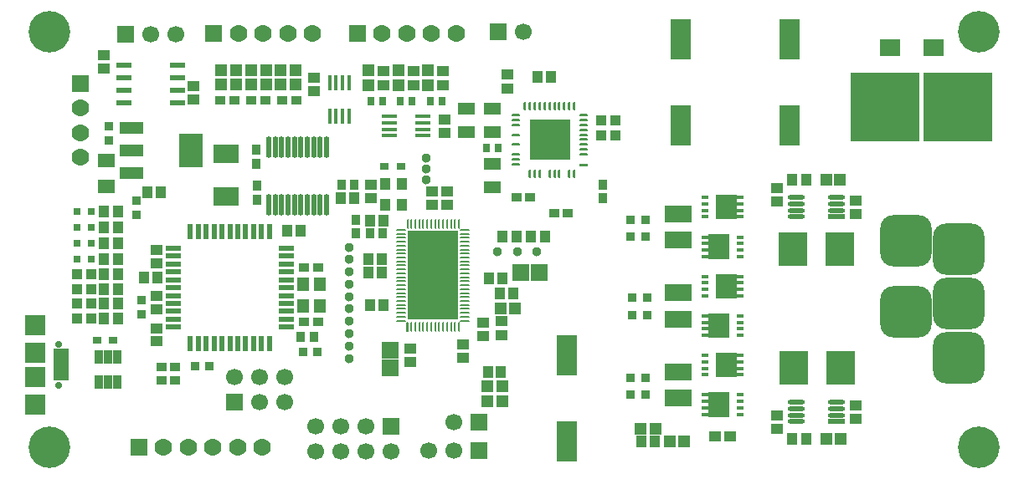
<source format=gbr>
%TF.GenerationSoftware,Altium Limited,Altium Designer,23.4.1 (23)*%
G04 Layer_Color=8388736*
%FSLAX43Y43*%
%MOMM*%
%TF.SameCoordinates,F1D85D2B-AD7B-4026-9487-DA5914AD0DFB*%
%TF.FilePolarity,Negative*%
%TF.FileFunction,Soldermask,Top*%
%TF.Part,Single*%
G01*
G75*
%TA.AperFunction,SMDPad,CuDef*%
%ADD11R,0.800X0.800*%
%ADD12R,0.912X0.958*%
%ADD14R,2.000X4.100*%
G04:AMPARAMS|DCode=15|XSize=1.554mm|YSize=0.376mm|CornerRadius=0.188mm|HoleSize=0mm|Usage=FLASHONLY|Rotation=90.000|XOffset=0mm|YOffset=0mm|HoleType=Round|Shape=RoundedRectangle|*
%AMROUNDEDRECTD15*
21,1,1.554,0.000,0,0,90.0*
21,1,1.178,0.376,0,0,90.0*
1,1,0.376,0.000,0.589*
1,1,0.376,0.000,-0.589*
1,1,0.376,0.000,-0.589*
1,1,0.376,0.000,0.589*
%
%ADD15ROUNDEDRECTD15*%
%ADD16R,0.376X1.554*%
G04:AMPARAMS|DCode=17|XSize=1.554mm|YSize=0.376mm|CornerRadius=0.188mm|HoleSize=0mm|Usage=FLASHONLY|Rotation=0.000|XOffset=0mm|YOffset=0mm|HoleType=Round|Shape=RoundedRectangle|*
%AMROUNDEDRECTD17*
21,1,1.554,0.000,0,0,0.0*
21,1,1.178,0.376,0,0,0.0*
1,1,0.376,0.589,0.000*
1,1,0.376,-0.589,0.000*
1,1,0.376,-0.589,0.000*
1,1,0.376,0.589,0.000*
%
%ADD17ROUNDEDRECTD17*%
%ADD18R,1.554X0.376*%
%ADD21R,0.750X0.900*%
%ADD23R,1.800X1.400*%
%ADD24R,2.100X1.800*%
%ADD25R,0.957X0.962*%
%ADD29R,0.950X0.700*%
%ADD34R,2.600X1.900*%
%ADD35R,1.550X0.600*%
%ADD38R,1.006X0.958*%
%ADD40R,0.958X0.912*%
%ADD41R,1.007X0.958*%
%ADD42R,0.958X1.007*%
%ADD43R,1.200X1.400*%
%ADD44R,1.500X0.550*%
%ADD45R,0.550X1.500*%
G04:AMPARAMS|DCode=46|XSize=0.254mm|YSize=0.889mm|CornerRadius=0.095mm|HoleSize=0mm|Usage=FLASHONLY|Rotation=90.000|XOffset=0mm|YOffset=0mm|HoleType=Round|Shape=RoundedRectangle|*
%AMROUNDEDRECTD46*
21,1,0.254,0.699,0,0,90.0*
21,1,0.064,0.889,0,0,90.0*
1,1,0.191,0.349,0.032*
1,1,0.191,0.349,-0.032*
1,1,0.191,-0.349,-0.032*
1,1,0.191,-0.349,0.032*
%
%ADD46ROUNDEDRECTD46*%
G04:AMPARAMS|DCode=47|XSize=0.254mm|YSize=0.889mm|CornerRadius=0.095mm|HoleSize=0mm|Usage=FLASHONLY|Rotation=0.000|XOffset=0mm|YOffset=0mm|HoleType=Round|Shape=RoundedRectangle|*
%AMROUNDEDRECTD47*
21,1,0.254,0.699,0,0,0.0*
21,1,0.064,0.889,0,0,0.0*
1,1,0.191,0.032,-0.349*
1,1,0.191,-0.032,-0.349*
1,1,0.191,-0.032,0.349*
1,1,0.191,0.032,0.349*
%
%ADD47ROUNDEDRECTD47*%
%ADD48R,4.089X4.089*%
G04:AMPARAMS|DCode=49|XSize=0.192mm|YSize=0.96mm|CornerRadius=0.096mm|HoleSize=0mm|Usage=FLASHONLY|Rotation=90.000|XOffset=0mm|YOffset=0mm|HoleType=Round|Shape=RoundedRectangle|*
%AMROUNDEDRECTD49*
21,1,0.192,0.768,0,0,90.0*
21,1,0.000,0.960,0,0,90.0*
1,1,0.192,0.384,0.000*
1,1,0.192,0.384,0.000*
1,1,0.192,-0.384,0.000*
1,1,0.192,-0.384,0.000*
%
%ADD49ROUNDEDRECTD49*%
G04:AMPARAMS|DCode=50|XSize=0.192mm|YSize=0.961mm|CornerRadius=0.096mm|HoleSize=0mm|Usage=FLASHONLY|Rotation=90.000|XOffset=0mm|YOffset=0mm|HoleType=Round|Shape=RoundedRectangle|*
%AMROUNDEDRECTD50*
21,1,0.192,0.769,0,0,90.0*
21,1,0.000,0.961,0,0,90.0*
1,1,0.192,0.384,0.000*
1,1,0.192,0.384,0.000*
1,1,0.192,-0.384,0.000*
1,1,0.192,-0.384,0.000*
%
%ADD50ROUNDEDRECTD50*%
G04:AMPARAMS|DCode=51|XSize=0.961mm|YSize=0.192mm|CornerRadius=0.096mm|HoleSize=0mm|Usage=FLASHONLY|Rotation=90.000|XOffset=0mm|YOffset=0mm|HoleType=Round|Shape=RoundedRectangle|*
%AMROUNDEDRECTD51*
21,1,0.961,0.000,0,0,90.0*
21,1,0.769,0.192,0,0,90.0*
1,1,0.192,0.000,0.384*
1,1,0.192,0.000,-0.384*
1,1,0.192,0.000,-0.384*
1,1,0.192,0.000,0.384*
%
%ADD51ROUNDEDRECTD51*%
%ADD52C,0.173*%
%ADD53R,5.100X9.100*%
%ADD55R,1.306X1.058*%
%ADD56R,0.912X1.058*%
%ADD60R,1.058X1.012*%
%ADD61R,1.058X0.912*%
%ADD62R,1.100X1.300*%
%ADD63R,2.955X3.506*%
%ADD64R,0.660X0.381*%
%ADD65R,2.804X1.653*%
G04:AMPARAMS|DCode=66|XSize=1.754mm|YSize=0.476mm|CornerRadius=0.238mm|HoleSize=0mm|Usage=FLASHONLY|Rotation=180.000|XOffset=0mm|YOffset=0mm|HoleType=Round|Shape=RoundedRectangle|*
%AMROUNDEDRECTD66*
21,1,1.754,0.000,0,0,180.0*
21,1,1.278,0.476,0,0,180.0*
1,1,0.476,-0.639,0.000*
1,1,0.476,0.639,0.000*
1,1,0.476,0.639,0.000*
1,1,0.476,-0.639,0.000*
%
%ADD66ROUNDEDRECTD66*%
%ADD67R,1.754X0.476*%
%TA.AperFunction,ComponentPad*%
%ADD95R,7.000X7.000*%
%ADD96R,1.700X1.700*%
%ADD97C,1.700*%
%ADD98C,1.775*%
%ADD99R,1.775X1.775*%
G04:AMPARAMS|DCode=100|XSize=5.2mm|YSize=5.2mm|CornerRadius=1.35mm|HoleSize=0mm|Usage=FLASHONLY|Rotation=270.000|XOffset=0mm|YOffset=0mm|HoleType=Round|Shape=RoundedRectangle|*
%AMROUNDEDRECTD100*
21,1,5.200,2.500,0,0,270.0*
21,1,2.500,5.200,0,0,270.0*
1,1,2.700,-1.250,-1.250*
1,1,2.700,-1.250,1.250*
1,1,2.700,1.250,1.250*
1,1,2.700,1.250,-1.250*
%
%ADD100ROUNDEDRECTD100*%
%ADD101R,1.775X1.775*%
%ADD102C,0.700*%
%TA.AperFunction,ViaPad*%
%ADD103C,0.650*%
%ADD104C,4.203*%
%TA.AperFunction,NonConductor*%
%ADD107R,1.550X3.200*%
%TA.AperFunction,SMDPad,CuDef*%
%ADD108R,1.100X1.250*%
%ADD109R,1.050X1.150*%
%ADD110R,1.000X1.000*%
%ADD111R,1.250X1.100*%
%ADD112R,1.150X1.150*%
%ADD113R,1.750X1.150*%
%ADD114O,0.550X2.200*%
%TA.AperFunction,TestPad*%
%ADD115C,0.962*%
%TA.AperFunction,SMDPad,CuDef*%
%ADD116R,1.150X1.050*%
%ADD117R,0.810X1.318*%
%ADD118R,1.550X0.600*%
%ADD119R,2.100X2.100*%
%ADD120R,2.100X2.000*%
%ADD121R,2.400X1.200*%
%ADD122R,2.400X3.500*%
%ADD123R,0.950X1.050*%
%ADD124R,1.150X1.150*%
%ADD125R,1.750X1.700*%
%ADD126R,1.700X1.750*%
%ADD127R,1.250X1.300*%
G36*
X57438Y31450D02*
X56644D01*
X56625Y31450D01*
X56590Y31464D01*
X56563Y31491D01*
X56549Y31526D01*
Y31545D01*
Y31545D01*
Y31609D01*
Y31628D01*
X56563Y31663D01*
X56590Y31689D01*
X56625Y31704D01*
X57438D01*
Y31450D01*
D02*
G37*
G36*
X72475Y26032D02*
X70367D01*
Y28522D01*
X72475D01*
Y26032D01*
D02*
G37*
G36*
X71687Y22032D02*
X69579D01*
Y24522D01*
X71687D01*
Y22032D01*
D02*
G37*
G36*
X72475Y18032D02*
X70367D01*
Y20522D01*
X72475D01*
Y18032D01*
D02*
G37*
G36*
X39232Y15616D02*
X39259Y15589D01*
X39273Y15554D01*
Y15535D01*
Y14671D01*
X39081D01*
Y15535D01*
Y15554D01*
X39095Y15589D01*
X39122Y15616D01*
X39158Y15631D01*
X39196D01*
X39232Y15616D01*
D02*
G37*
G36*
X71687Y14032D02*
X69579D01*
Y16522D01*
X71687D01*
Y14032D01*
D02*
G37*
G36*
X72475Y10032D02*
X70367D01*
Y12522D01*
X72475D01*
Y10032D01*
D02*
G37*
G36*
X71687Y6032D02*
X69579D01*
Y8522D01*
X71687D01*
Y6032D01*
D02*
G37*
D11*
X5750Y26800D02*
D03*
X7250D02*
D03*
X7250Y23600D02*
D03*
X5750D02*
D03*
X7250Y25200D02*
D03*
X5750D02*
D03*
X5750Y22000D02*
D03*
X7250D02*
D03*
D12*
X11750Y27954D02*
D03*
Y26500D02*
D03*
X9000Y34023D02*
D03*
Y35477D02*
D03*
X12250Y17877D02*
D03*
Y16423D02*
D03*
D14*
X55300Y12250D02*
D03*
Y3550D02*
D03*
X77800Y44250D02*
D03*
Y35550D02*
D03*
X66800Y44250D02*
D03*
Y35550D02*
D03*
D15*
X31975Y39900D02*
D03*
X32625D02*
D03*
X33275D02*
D03*
X32625Y36500D02*
D03*
X31975D02*
D03*
X33275D02*
D03*
X31325Y39900D02*
D03*
D16*
Y36500D02*
D03*
D17*
X40777Y36452D02*
D03*
X37377Y34502D02*
D03*
Y35802D02*
D03*
Y35152D02*
D03*
X40777Y34502D02*
D03*
Y35152D02*
D03*
Y35802D02*
D03*
D18*
X37377Y36452D02*
D03*
D21*
X35477Y37977D02*
D03*
X36677D02*
D03*
X38477Y37977D02*
D03*
X39677D02*
D03*
X42677D02*
D03*
X41477D02*
D03*
X47177Y33277D02*
D03*
X48377D02*
D03*
D23*
X8750Y29400D02*
D03*
Y32000D02*
D03*
D24*
X88000Y43400D02*
D03*
X92400D02*
D03*
D25*
X61776Y10027D02*
D03*
X63278D02*
D03*
X61776Y8277D02*
D03*
X63278D02*
D03*
X63428Y18077D02*
D03*
X61926D02*
D03*
X63428Y16327D02*
D03*
X61926D02*
D03*
X63278Y26027D02*
D03*
X61776D02*
D03*
X63277Y24277D02*
D03*
X61775D02*
D03*
D29*
X9425Y13800D02*
D03*
X7775D02*
D03*
X38502Y31377D02*
D03*
X36852D02*
D03*
D34*
X20850Y28400D02*
D03*
Y32700D02*
D03*
D35*
X10550Y37845D02*
D03*
Y39115D02*
D03*
Y40385D02*
D03*
X15950Y41655D02*
D03*
Y37845D02*
D03*
Y39115D02*
D03*
X10550Y41655D02*
D03*
X15950Y40385D02*
D03*
D38*
X15701Y11100D02*
D03*
X14299D02*
D03*
X15701Y9700D02*
D03*
X14299D02*
D03*
D40*
X28623Y12650D02*
D03*
X30077D02*
D03*
X19177Y11150D02*
D03*
X17723D02*
D03*
D41*
X30176Y15650D02*
D03*
X28724D02*
D03*
X28724Y21150D02*
D03*
X30176D02*
D03*
X24803Y38127D02*
D03*
X23351D02*
D03*
X27929Y38127D02*
D03*
X26477D02*
D03*
X21677D02*
D03*
X20225D02*
D03*
D42*
X23850Y31624D02*
D03*
Y33076D02*
D03*
X23950Y28024D02*
D03*
Y29476D02*
D03*
D43*
X30300Y17250D02*
D03*
X28600Y19450D02*
D03*
X30300D02*
D03*
X28600Y17250D02*
D03*
D44*
X15527Y17527D02*
D03*
Y18327D02*
D03*
Y19127D02*
D03*
Y19927D02*
D03*
Y20727D02*
D03*
Y21527D02*
D03*
X26927Y23127D02*
D03*
Y22327D02*
D03*
Y21527D02*
D03*
Y20727D02*
D03*
Y19927D02*
D03*
Y19127D02*
D03*
Y18327D02*
D03*
Y15927D02*
D03*
Y15127D02*
D03*
X15527Y15927D02*
D03*
Y22327D02*
D03*
X26927Y17527D02*
D03*
X15527Y15127D02*
D03*
Y16727D02*
D03*
Y23127D02*
D03*
X26927Y16727D02*
D03*
D45*
X17227Y24827D02*
D03*
X18027D02*
D03*
X18827D02*
D03*
X19627D02*
D03*
X20427D02*
D03*
X21227D02*
D03*
X22027D02*
D03*
X22827D02*
D03*
X23627D02*
D03*
X25227Y13427D02*
D03*
X24427D02*
D03*
X23627D02*
D03*
X22827D02*
D03*
X22027D02*
D03*
X21227D02*
D03*
X19627D02*
D03*
X18827D02*
D03*
X18027D02*
D03*
X17227D02*
D03*
X25227Y24827D02*
D03*
X20427Y13427D02*
D03*
X24427Y24827D02*
D03*
D46*
X56993Y33077D02*
D03*
Y33577D02*
D03*
Y34077D02*
D03*
Y34577D02*
D03*
Y35077D02*
D03*
Y36577D02*
D03*
X50161D02*
D03*
Y36077D02*
D03*
Y35577D02*
D03*
Y34577D02*
D03*
Y33577D02*
D03*
Y32577D02*
D03*
Y32077D02*
D03*
Y31577D02*
D03*
X56993Y32577D02*
D03*
Y35577D02*
D03*
Y36077D02*
D03*
D47*
X56077Y37493D02*
D03*
X55577D02*
D03*
X55077D02*
D03*
X54577D02*
D03*
X54077D02*
D03*
X53077D02*
D03*
X52577D02*
D03*
X52077D02*
D03*
X51577D02*
D03*
Y30661D02*
D03*
X52077D02*
D03*
X52577D02*
D03*
X53577D02*
D03*
X54077D02*
D03*
X54577D02*
D03*
X55577D02*
D03*
X56077D02*
D03*
X51077Y37493D02*
D03*
X53577D02*
D03*
D48*
Y34077D02*
D03*
D49*
X38551Y15777D02*
D03*
D50*
X38551Y16177D02*
D03*
Y16577D02*
D03*
Y17777D02*
D03*
Y18177D02*
D03*
Y18577D02*
D03*
Y18977D02*
D03*
Y19377D02*
D03*
Y19777D02*
D03*
Y20177D02*
D03*
Y20577D02*
D03*
Y20977D02*
D03*
Y22977D02*
D03*
Y23377D02*
D03*
Y23777D02*
D03*
Y24177D02*
D03*
X45003Y24977D02*
D03*
Y24577D02*
D03*
Y24177D02*
D03*
Y23777D02*
D03*
Y23377D02*
D03*
Y22977D02*
D03*
Y22577D02*
D03*
Y22177D02*
D03*
Y21777D02*
D03*
Y21377D02*
D03*
Y20977D02*
D03*
Y20577D02*
D03*
Y20177D02*
D03*
Y19777D02*
D03*
Y18577D02*
D03*
Y18177D02*
D03*
Y17777D02*
D03*
Y17377D02*
D03*
Y16977D02*
D03*
Y16577D02*
D03*
Y16177D02*
D03*
Y15777D02*
D03*
X38551Y16977D02*
D03*
Y21377D02*
D03*
Y22177D02*
D03*
Y22577D02*
D03*
Y24577D02*
D03*
Y24977D02*
D03*
X45003Y19377D02*
D03*
X38551Y17377D02*
D03*
Y21777D02*
D03*
X45003Y18977D02*
D03*
D51*
X39577Y25602D02*
D03*
X39977D02*
D03*
X40377D02*
D03*
X40777D02*
D03*
X41177D02*
D03*
X41577D02*
D03*
X41977D02*
D03*
X43177D02*
D03*
X43577D02*
D03*
X43977D02*
D03*
X44377D02*
D03*
X43577Y15151D02*
D03*
X43177D02*
D03*
X42777D02*
D03*
X42377D02*
D03*
X41977D02*
D03*
X41577D02*
D03*
X41177D02*
D03*
X40777D02*
D03*
X40377D02*
D03*
X42377Y25602D02*
D03*
X44377Y15151D02*
D03*
X39977D02*
D03*
X39177Y25602D02*
D03*
X42777D02*
D03*
X43977Y15151D02*
D03*
X39577D02*
D03*
D52*
X39177Y15141D02*
D03*
D53*
X41777Y20377D02*
D03*
D55*
X70301Y4077D02*
D03*
X71853D02*
D03*
D56*
X33977Y25981D02*
D03*
Y24627D02*
D03*
X58977Y28200D02*
D03*
Y29554D02*
D03*
D60*
X58746Y34500D02*
D03*
X60200D02*
D03*
X58773Y36100D02*
D03*
X60227D02*
D03*
D61*
X51554Y28277D02*
D03*
X50200D02*
D03*
X54000Y26677D02*
D03*
X55354D02*
D03*
D62*
X38602Y29627D02*
D03*
Y27527D02*
D03*
X36952Y29627D02*
D03*
Y27527D02*
D03*
D63*
X83028Y11027D02*
D03*
X78277D02*
D03*
X82903Y23027D02*
D03*
X78151D02*
D03*
D64*
X69249Y10302D02*
D03*
X72805Y12252D02*
D03*
Y11602D02*
D03*
Y10952D02*
D03*
Y10302D02*
D03*
X69249Y10952D02*
D03*
Y11602D02*
D03*
Y12252D02*
D03*
X69249Y8252D02*
D03*
Y7602D02*
D03*
Y6952D02*
D03*
Y6302D02*
D03*
X72805D02*
D03*
Y6952D02*
D03*
Y7602D02*
D03*
Y8252D02*
D03*
X69249Y18302D02*
D03*
X72805Y20252D02*
D03*
Y19602D02*
D03*
Y18952D02*
D03*
Y18302D02*
D03*
X69249Y18952D02*
D03*
Y19602D02*
D03*
Y20252D02*
D03*
X72805Y16252D02*
D03*
Y15602D02*
D03*
Y14952D02*
D03*
Y14302D02*
D03*
X69249D02*
D03*
Y14952D02*
D03*
Y15602D02*
D03*
Y16252D02*
D03*
X69249Y26302D02*
D03*
X72805Y28252D02*
D03*
Y27602D02*
D03*
Y26952D02*
D03*
Y26302D02*
D03*
X69249Y26952D02*
D03*
Y27602D02*
D03*
Y28252D02*
D03*
X72805Y24252D02*
D03*
Y23602D02*
D03*
Y22952D02*
D03*
Y22302D02*
D03*
X69249D02*
D03*
Y22952D02*
D03*
Y23602D02*
D03*
Y24252D02*
D03*
D65*
X66527Y23952D02*
D03*
Y26602D02*
D03*
X66527Y15952D02*
D03*
Y18602D02*
D03*
X66527Y7952D02*
D03*
Y10602D02*
D03*
D66*
X78477Y5552D02*
D03*
Y6202D02*
D03*
Y7502D02*
D03*
X82577D02*
D03*
Y6852D02*
D03*
Y6202D02*
D03*
X78477Y6852D02*
D03*
X78477Y26302D02*
D03*
Y26952D02*
D03*
Y28252D02*
D03*
X82577D02*
D03*
Y27602D02*
D03*
Y26952D02*
D03*
X78477Y27602D02*
D03*
D67*
X82577Y5552D02*
D03*
X82577Y26302D02*
D03*
D95*
X94815Y37400D02*
D03*
X87500D02*
D03*
D96*
X37540Y5100D02*
D03*
X21660Y7560D02*
D03*
X48400Y45000D02*
D03*
X10720Y44800D02*
D03*
X46440Y2600D02*
D03*
X46400Y5500D02*
D03*
D97*
X29920Y2560D02*
D03*
X37540D02*
D03*
X35000Y5100D02*
D03*
Y2560D02*
D03*
X32460Y5100D02*
D03*
Y2560D02*
D03*
X29920Y5100D02*
D03*
X24200Y7560D02*
D03*
Y10100D02*
D03*
X26740Y7560D02*
D03*
Y10100D02*
D03*
X21660D02*
D03*
X13260Y44800D02*
D03*
X15800D02*
D03*
X43900Y2600D02*
D03*
X41360D02*
D03*
X50940Y45000D02*
D03*
X43860Y5500D02*
D03*
D98*
X22000Y3000D02*
D03*
X19500D02*
D03*
X17000D02*
D03*
X14500D02*
D03*
X24500D02*
D03*
X44100Y44900D02*
D03*
X41600D02*
D03*
X39100D02*
D03*
X36600D02*
D03*
X29600D02*
D03*
X27100D02*
D03*
X24600D02*
D03*
X22100D02*
D03*
X6100Y37300D02*
D03*
Y34800D02*
D03*
Y32300D02*
D03*
D99*
X12000Y3000D02*
D03*
X34100Y44900D02*
D03*
X19600D02*
D03*
D100*
X94900Y17500D02*
D03*
Y12000D02*
D03*
Y23000D02*
D03*
X89600Y16650D02*
D03*
Y23850D02*
D03*
D101*
X6100Y39800D02*
D03*
D102*
X3950Y13375D02*
D03*
Y9225D02*
D03*
D103*
X97075Y35150D02*
D03*
X97825D02*
D03*
Y35900D02*
D03*
Y40400D02*
D03*
Y39650D02*
D03*
Y38900D02*
D03*
Y38150D02*
D03*
Y37400D02*
D03*
Y36650D02*
D03*
Y34400D02*
D03*
X97075Y40400D02*
D03*
Y39650D02*
D03*
Y34400D02*
D03*
X96325Y40400D02*
D03*
Y34400D02*
D03*
X95575Y40400D02*
D03*
Y34400D02*
D03*
X94825Y40400D02*
D03*
Y34400D02*
D03*
X94075Y40400D02*
D03*
Y34400D02*
D03*
X93325Y40400D02*
D03*
Y34400D02*
D03*
X92575Y40400D02*
D03*
Y39650D02*
D03*
Y35150D02*
D03*
Y34400D02*
D03*
X91825Y40400D02*
D03*
Y39650D02*
D03*
Y38900D02*
D03*
Y38150D02*
D03*
Y37400D02*
D03*
Y36650D02*
D03*
Y35900D02*
D03*
Y35150D02*
D03*
Y34400D02*
D03*
X43250Y23750D02*
D03*
Y22750D02*
D03*
Y21750D02*
D03*
Y20750D02*
D03*
Y19750D02*
D03*
Y18750D02*
D03*
Y17750D02*
D03*
Y16750D02*
D03*
X42250Y23750D02*
D03*
Y22750D02*
D03*
Y21750D02*
D03*
Y20750D02*
D03*
Y19750D02*
D03*
Y18750D02*
D03*
Y17750D02*
D03*
Y16750D02*
D03*
X41250Y23750D02*
D03*
Y22750D02*
D03*
Y21750D02*
D03*
Y20750D02*
D03*
Y19750D02*
D03*
Y18750D02*
D03*
Y17750D02*
D03*
Y16750D02*
D03*
X40250Y23750D02*
D03*
Y22750D02*
D03*
Y21750D02*
D03*
Y20750D02*
D03*
Y19750D02*
D03*
Y18750D02*
D03*
Y17750D02*
D03*
Y16750D02*
D03*
X54650Y35050D02*
D03*
Y34050D02*
D03*
Y33050D02*
D03*
X53650Y35050D02*
D03*
Y34050D02*
D03*
Y33050D02*
D03*
X52650Y35050D02*
D03*
Y34050D02*
D03*
Y33050D02*
D03*
D104*
X97000Y3000D02*
D03*
Y45000D02*
D03*
X3000D02*
D03*
Y3000D02*
D03*
D107*
X4175Y11300D02*
D03*
D108*
X8475Y16000D02*
D03*
X9925D02*
D03*
X8475Y17500D02*
D03*
X9925D02*
D03*
X8475Y19000D02*
D03*
X9925D02*
D03*
X8475Y20500D02*
D03*
X9925D02*
D03*
X8475Y25200D02*
D03*
X9925D02*
D03*
X48775Y24300D02*
D03*
X50225D02*
D03*
X51675D02*
D03*
X53125D02*
D03*
X9925Y26800D02*
D03*
X8475D02*
D03*
X9925Y22000D02*
D03*
X8475D02*
D03*
X9925Y23600D02*
D03*
X8475D02*
D03*
X78052Y3777D02*
D03*
X79502D02*
D03*
X78052Y30027D02*
D03*
X79502D02*
D03*
D109*
X12900Y28750D02*
D03*
X14250D02*
D03*
X32475Y28150D02*
D03*
X33825D02*
D03*
X28350Y24850D02*
D03*
X27000D02*
D03*
X13925Y20150D02*
D03*
X12575D02*
D03*
X64152Y3527D02*
D03*
X62802D02*
D03*
X47302Y10577D02*
D03*
X48652D02*
D03*
X48502Y18577D02*
D03*
X49852D02*
D03*
X52302Y40477D02*
D03*
X53652D02*
D03*
X35402Y25877D02*
D03*
X36752D02*
D03*
X35275Y22050D02*
D03*
X36625D02*
D03*
X35375Y17350D02*
D03*
X36725D02*
D03*
X48752Y20077D02*
D03*
X47402D02*
D03*
X36600Y20650D02*
D03*
X35250D02*
D03*
D110*
X7250Y16000D02*
D03*
X5750D02*
D03*
X7250Y17500D02*
D03*
X5750D02*
D03*
X7250Y20500D02*
D03*
X5750D02*
D03*
X7250Y19000D02*
D03*
X5750D02*
D03*
D111*
X42777Y39652D02*
D03*
Y41102D02*
D03*
X39777Y39652D02*
D03*
Y41102D02*
D03*
X36777Y39627D02*
D03*
Y41077D02*
D03*
X49277Y39252D02*
D03*
Y40702D02*
D03*
X48700Y15750D02*
D03*
Y14300D02*
D03*
D112*
X41277Y39627D02*
D03*
Y41127D02*
D03*
X38277Y39627D02*
D03*
Y41127D02*
D03*
X35277Y39627D02*
D03*
Y41127D02*
D03*
X23377Y41177D02*
D03*
Y39677D02*
D03*
X47277Y7627D02*
D03*
Y9127D02*
D03*
X48777Y9127D02*
D03*
Y7627D02*
D03*
X21877Y41177D02*
D03*
Y39677D02*
D03*
X27877Y41177D02*
D03*
Y39677D02*
D03*
X24877Y41177D02*
D03*
Y39677D02*
D03*
X26377Y41177D02*
D03*
Y39677D02*
D03*
X20377Y41177D02*
D03*
Y39677D02*
D03*
D113*
X47777Y37252D02*
D03*
Y34902D02*
D03*
X45177Y37252D02*
D03*
Y34902D02*
D03*
X47777Y31652D02*
D03*
Y29302D02*
D03*
D114*
X31000Y27550D02*
D03*
X25150Y33350D02*
D03*
X31000D02*
D03*
X30350D02*
D03*
X29700D02*
D03*
X29050D02*
D03*
X28400D02*
D03*
X27750D02*
D03*
X27100D02*
D03*
X26450D02*
D03*
X25800D02*
D03*
X30350Y27550D02*
D03*
X29700D02*
D03*
X29050D02*
D03*
X28400D02*
D03*
X27750D02*
D03*
X27100D02*
D03*
X26450D02*
D03*
X25800D02*
D03*
X25150D02*
D03*
D115*
X41077Y31177D02*
D03*
Y30077D02*
D03*
X52277Y22777D02*
D03*
X50277D02*
D03*
X48277D02*
D03*
X33277Y11977D02*
D03*
X33277Y15727D02*
D03*
X33277Y13227D02*
D03*
X33277Y18227D02*
D03*
X33277Y14477D02*
D03*
X33277Y16977D02*
D03*
X33277Y21977D02*
D03*
X33277Y20727D02*
D03*
X33277Y19477D02*
D03*
X33277Y23227D02*
D03*
X41077Y32277D02*
D03*
D116*
X76527Y4852D02*
D03*
Y6202D02*
D03*
Y29202D02*
D03*
Y27852D02*
D03*
X17550Y38175D02*
D03*
Y39525D02*
D03*
X8500Y42675D02*
D03*
Y41325D02*
D03*
X13850Y18300D02*
D03*
Y16950D02*
D03*
X13850Y21575D02*
D03*
Y22925D02*
D03*
X29700Y40375D02*
D03*
Y39025D02*
D03*
X42977Y34802D02*
D03*
Y36152D02*
D03*
X35477Y29552D02*
D03*
Y28202D02*
D03*
X43177Y28852D02*
D03*
Y27502D02*
D03*
X39500Y11625D02*
D03*
Y12975D02*
D03*
X44800Y12025D02*
D03*
Y13375D02*
D03*
X46877Y15552D02*
D03*
Y14202D02*
D03*
X41677Y27502D02*
D03*
Y28852D02*
D03*
X84527Y7202D02*
D03*
Y5852D02*
D03*
X84527Y27952D02*
D03*
Y26602D02*
D03*
X13850Y13675D02*
D03*
Y15025D02*
D03*
D117*
X8900Y12100D02*
D03*
X7950D02*
D03*
X9850D02*
D03*
Y9600D02*
D03*
X7950D02*
D03*
X8900D02*
D03*
D118*
X4175Y12600D02*
D03*
Y11950D02*
D03*
Y11300D02*
D03*
Y10000D02*
D03*
Y10650D02*
D03*
D119*
X1500Y12500D02*
D03*
Y10100D02*
D03*
D120*
Y15300D02*
D03*
Y7300D02*
D03*
D121*
X11250Y33000D02*
D03*
Y30700D02*
D03*
Y35300D02*
D03*
D122*
X17250Y33000D02*
D03*
D123*
X33800Y29550D02*
D03*
X32500D02*
D03*
X36684Y24635D02*
D03*
X35385D02*
D03*
X28400Y14150D02*
D03*
X29700D02*
D03*
D124*
X64250Y4800D02*
D03*
X62750D02*
D03*
X67177Y3527D02*
D03*
X65677D02*
D03*
X50077Y16977D02*
D03*
X48577D02*
D03*
D125*
X37477Y10977D02*
D03*
Y12777D02*
D03*
D126*
X52477Y20677D02*
D03*
X50677D02*
D03*
D127*
X81577Y3777D02*
D03*
X82977D02*
D03*
X81527Y30027D02*
D03*
X82927D02*
D03*
%TF.MD5,7680e6f2cf8bf3891eea18749533b5ae*%
M02*

</source>
